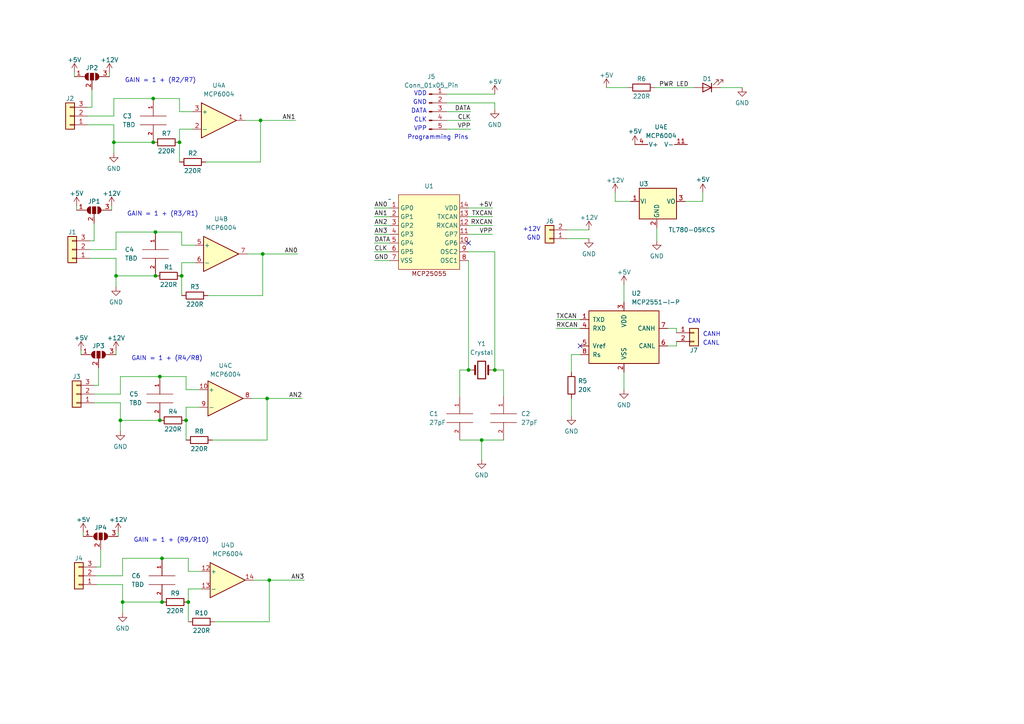
<source format=kicad_sch>
(kicad_sch (version 20230121) (generator eeschema)
  (paper "A4")
  (lib_symbols
    (symbol "Amplifier_Operational:MCP6004" (pin_names (offset 0.127))
      (property "Reference" "U" (at 0 5.08 0))
      (property "Value" "MCP6004" (at 0 -5.08 0))
      (symbol "MCP6004_1_1"
        (polyline (pts (xy -5.08 5.08) (xy 5.08 0) (xy -5.08 -5.08) (xy -5.08 5.08)) (stroke (width 0.254)) (fill (type background)))
        (pin output line (at 7.62 0 180) (length 2.54) (name "~") (number "1"))
        (pin input line (at -7.62 -2.54 0) (length 2.54) (name "-") (number "2"))
        (pin input line (at -7.62 2.54 0) (length 2.54) (name "+") (number "3"))
      )
      (symbol "MCP6004_2_1"
        (polyline (pts (xy -5.08 5.08) (xy 5.08 0) (xy -5.08 -5.08) (xy -5.08 5.08)) (stroke (width 0.254)) (fill (type background)))
        (pin input line (at -7.62 2.54 0) (length 2.54) (name "+") (number "5"))
        (pin input line (at -7.62 -2.54 0) (length 2.54) (name "-") (number "6"))
        (pin output line (at 7.62 0 180) (length 2.54) (name "~") (number "7"))
      )
      (symbol "MCP6004_3_1"
        (polyline (pts (xy -5.08 5.08) (xy 5.08 0) (xy -5.08 -5.08) (xy -5.08 5.08)) (stroke (width 0.254)) (fill (type background)))
        (pin input line (at -7.62 2.54 0) (length 2.54) (name "+") (number "10"))
        (pin output line (at 7.62 0 180) (length 2.54) (name "~") (number "8"))
        (pin input line (at -7.62 -2.54 0) (length 2.54) (name "-") (number "9"))
      )
      (symbol "MCP6004_4_1"
        (polyline (pts (xy -5.08 5.08) (xy 5.08 0) (xy -5.08 -5.08) (xy -5.08 5.08)) (stroke (width 0.254)) (fill (type background)))
        (pin input line (at -7.62 2.54 0) (length 2.54) (name "+") (number "12"))
        (pin input line (at -7.62 -2.54 0) (length 2.54) (name "-") (number "13"))
        (pin output line (at 7.62 0 180) (length 2.54) (name "~") (number "14"))
      )
      (symbol "MCP6004_5_1"
        (pin power_in line (at -2.54 -7.62 90) (length 3.81) (name "V-") (number "11"))
        (pin power_in line (at -2.54 7.62 270) (length 3.81) (name "V+") (number "4"))
      )
    )
    (symbol "Analog_ADC:MCP25055"
      (property "Reference" "U" (at 3.81 2.54 0))
      (symbol "MCP25055_1_1"
        (rectangle (start 2.54 1.27) (end 20.32 -20.32) (fill (type background)))
        (text "MCP25055\n" (at 11.43 -21.59 0) (effects (font (size 1.27 1.27))))
        (pin input line (at 0 -2.54 0) (length 2.54) (name "GP0") (number "1"))
        (pin bidirectional line (at 22.86 -12.7 180) (length 2.54) (name "GP6") (number "10"))
        (pin bidirectional line (at 22.86 -10.16 180) (length 2.54) (name "GP7") (number "11"))
        (pin input line (at 22.86 -7.62 180) (length 2.54) (name "RXCAN") (number "12"))
        (pin output line (at 22.86 -5.08 180) (length 2.54) (name "TXCAN") (number "13"))
        (pin power_in line (at 22.86 -2.54 180) (length 2.54) (name "VDD") (number "14"))
        (pin bidirectional line (at 0 -5.08 0) (length 2.54) (name "GP1") (number "2"))
        (pin bidirectional line (at 0 -7.62 0) (length 2.54) (name "GP2") (number "3"))
        (pin bidirectional line (at 0 -10.16 0) (length 2.54) (name "GP3") (number "4"))
        (pin bidirectional line (at 0 -12.7 0) (length 2.54) (name "GP4") (number "5"))
        (pin bidirectional line (at 0 -15.24 0) (length 2.54) (name "GP5") (number "6"))
        (pin power_in line (at 0 -17.78 0) (length 2.54) (name "VSS") (number "7"))
        (pin input line (at 22.86 -17.78 180) (length 2.54) (name "OSC1") (number "8"))
        (pin input line (at 22.86 -15.24 180) (length 2.54) (name "OSC2") (number "9"))
      )
    )
    (symbol "Connector:Conn_01x05_Pin" (pin_names (offset 1.016) hide)
      (property "Reference" "J" (at 0 7.62 0))
      (property "Value" "Conn_01x05_Pin" (at 0 -7.62 0))
      (symbol "Conn_01x05_Pin_1_1"
        (polyline (pts (xy 1.27 -5.08) (xy 0.8636 -5.08)) (stroke (width 0.1524)))
        (polyline (pts (xy 1.27 -2.54) (xy 0.8636 -2.54)) (stroke (width 0.1524)))
        (polyline (pts (xy 1.27 0) (xy 0.8636 0)) (stroke (width 0.1524)))
        (polyline (pts (xy 1.27 2.54) (xy 0.8636 2.54)) (stroke (width 0.1524)))
        (polyline (pts (xy 1.27 5.08) (xy 0.8636 5.08)) (stroke (width 0.1524)))
        (rectangle (start 0.8636 -4.953) (end 0 -5.207) (stroke (width 0.1524)) (fill (type outline)))
        (rectangle (start 0.8636 -2.413) (end 0 -2.667) (stroke (width 0.1524)) (fill (type outline)))
        (rectangle (start 0.8636 0.127) (end 0 -0.127) (stroke (width 0.1524)) (fill (type outline)))
        (rectangle (start 0.8636 2.667) (end 0 2.413) (stroke (width 0.1524)) (fill (type outline)))
        (rectangle (start 0.8636 5.207) (end 0 4.953) (stroke (width 0.1524)) (fill (type outline)))
        (pin passive line (at 5.08 5.08 180) (length 3.81) (name "Pin_1") (number "1"))
        (pin passive line (at 5.08 2.54 180) (length 3.81) (name "Pin_2") (number "2"))
        (pin passive line (at 5.08 0 180) (length 3.81) (name "Pin_3") (number "3"))
        (pin passive line (at 5.08 -2.54 180) (length 3.81) (name "Pin_4") (number "4"))
        (pin passive line (at 5.08 -5.08 180) (length 3.81) (name "Pin_5") (number "5"))
      )
    )
    (symbol "Connector_Generic:Conn_01x02" (pin_names (offset 1.016) hide)
      (property "Reference" "J" (at 0 2.54 0))
      (property "Value" "Conn_01x02" (at 0 -5.08 0))
      (symbol "Conn_01x02_1_1"
        (rectangle (start -1.27 -2.413) (end 0 -2.667) (stroke (width 0.1524)))
        (rectangle (start -1.27 0.127) (end 0 -0.127) (stroke (width 0.1524)))
        (rectangle (start -1.27 1.27) (end 1.27 -3.81) (stroke (width 0.254)) (fill (type background)))
        (pin passive line (at -5.08 0 0) (length 3.81) (name "Pin_1") (number "1"))
        (pin passive line (at -5.08 -2.54 0) (length 3.81) (name "Pin_2") (number "2"))
      )
    )
    (symbol "Connector_Generic:Conn_01x03" (pin_names (offset 1.016) hide)
      (property "Reference" "J" (at 0 5.08 0))
      (property "Value" "Conn_01x03" (at 0 -5.08 0))
      (symbol "Conn_01x03_1_1"
        (rectangle (start -1.27 -2.413) (end 0 -2.667) (stroke (width 0.1524)))
        (rectangle (start -1.27 0.127) (end 0 -0.127) (stroke (width 0.1524)))
        (rectangle (start -1.27 2.667) (end 0 2.413) (stroke (width 0.1524)))
        (rectangle (start -1.27 3.81) (end 1.27 -3.81) (stroke (width 0.254)) (fill (type background)))
        (pin passive line (at -5.08 2.54 0) (length 3.81) (name "Pin_1") (number "1"))
        (pin passive line (at -5.08 0 0) (length 3.81) (name "Pin_2") (number "2"))
        (pin passive line (at -5.08 -2.54 0) (length 3.81) (name "Pin_3") (number "3"))
      )
    )
    (symbol "Device:Crystal" (pin_numbers hide) (pin_names (offset 1.016) hide)
      (property "Reference" "Y" (at 0 3.81 0))
      (property "Value" "Crystal" (at 0 -3.81 0))
      (symbol "Crystal_0_1"
        (rectangle (start -1.143 2.54) (end 1.143 -2.54) (stroke (width 0.3048)))
        (polyline (pts (xy -2.54 0) (xy -1.905 0)))
        (polyline (pts (xy -1.905 -1.27) (xy -1.905 1.27)) (stroke (width 0.508)))
        (polyline (pts (xy 1.905 -1.27) (xy 1.905 1.27)) (stroke (width 0.508)))
        (polyline (pts (xy 2.54 0) (xy 1.905 0)))
      )
      (symbol "Crystal_1_1"
        (pin passive line (at -3.81 0 0) (length 1.27) (name "1") (number "1"))
        (pin passive line (at 3.81 0 180) (length 1.27) (name "2") (number "2"))
      )
    )
    (symbol "Device:LED" (pin_numbers hide) (pin_names (offset 1.016) hide)
      (property "Reference" "D" (at 0 2.54 0))
      (property "Value" "LED" (at 0 -2.54 0))
      (symbol "LED_0_1"
        (polyline (pts (xy -1.27 -1.27) (xy -1.27 1.27)) (stroke (width 0.254)))
        (polyline (pts (xy -1.27 0) (xy 1.27 0)))
        (polyline (pts (xy 1.27 -1.27) (xy 1.27 1.27) (xy -1.27 0) (xy 1.27 -1.27)) (stroke (width 0.254)))
        (polyline (pts (xy -3.048 -0.762) (xy -4.572 -2.286) (xy -3.81 -2.286) (xy -4.572 -2.286) (xy -4.572 -1.524)))
        (polyline (pts (xy -1.778 -0.762) (xy -3.302 -2.286) (xy -2.54 -2.286) (xy -3.302 -2.286) (xy -3.302 -1.524)))
      )
      (symbol "LED_1_1"
        (pin passive line (at -3.81 0 0) (length 2.54) (name "K") (number "1"))
        (pin passive line (at 3.81 0 180) (length 2.54) (name "A") (number "2"))
      )
    )
    (symbol "Device:R" (pin_numbers hide) (pin_names (offset 0))
      (property "Reference" "R" (at 2.032 0 90))
      (property "Value" "R" (at 0 0 90))
      (symbol "R_0_1"
        (rectangle (start -1.016 -2.54) (end 1.016 2.54) (stroke (width 0.254)))
      )
      (symbol "R_1_1"
        (pin passive line (at 0 3.81 270) (length 1.27) (name "~") (number "1"))
        (pin passive line (at 0 -3.81 90) (length 1.27) (name "~") (number "2"))
      )
    )
    (symbol "Interface_CAN_LIN:MCP2551-I-P" (pin_names (offset 1.016))
      (property "Reference" "U" (at -10.16 8.89 0))
      (property "Value" "MCP2551-I-P" (at 2.54 8.89 0))
      (symbol "MCP2551-I-P_0_1"
        (rectangle (start -10.16 7.62) (end 10.16 -7.62) (stroke (width 0.254)) (fill (type background)))
      )
      (symbol "MCP2551-I-P_1_1"
        (pin input line (at -12.7 5.08 0) (length 2.54) (name "TXD") (number "1"))
        (pin power_in line (at 0 -10.16 90) (length 2.54) (name "VSS") (number "2"))
        (pin power_in line (at 0 10.16 270) (length 2.54) (name "VDD") (number "3"))
        (pin output line (at -12.7 2.54 0) (length 2.54) (name "RXD") (number "4"))
        (pin power_out line (at -12.7 -2.54 0) (length 2.54) (name "Vref") (number "5"))
        (pin bidirectional line (at 12.7 -2.54 180) (length 2.54) (name "CANL") (number "6"))
        (pin bidirectional line (at 12.7 2.54 180) (length 2.54) (name "CANH") (number "7"))
        (pin input line (at -12.7 -5.08 0) (length 2.54) (name "Rs") (number "8"))
      )
    )
    (symbol "Jumper:SolderJumper_3_Open" (pin_names (offset 0) hide)
      (property "Reference" "JP" (at -2.54 -2.54 0))
      (property "Value" "SolderJumper_3_Open" (at 0 2.794 0))
      (symbol "SolderJumper_3_Open_0_1"
        (arc (start -1.016 1.016) (mid -2.0276 0) (end -1.016 -1.016))
        (arc (start -1.016 1.016) (mid -2.0276 0) (end -1.016 -1.016) (fill (type outline)))
        (rectangle (start -0.508 1.016) (end 0.508 -1.016) (fill (type outline)))
        (polyline (pts (xy -2.54 0) (xy -2.032 0)))
        (polyline (pts (xy -1.016 1.016) (xy -1.016 -1.016)))
        (polyline (pts (xy 0 -1.27) (xy 0 -1.016)))
        (polyline (pts (xy 1.016 1.016) (xy 1.016 -1.016)))
        (polyline (pts (xy 2.54 0) (xy 2.032 0)))
        (arc (start 1.016 -1.016) (mid 2.0276 0) (end 1.016 1.016))
        (arc (start 1.016 -1.016) (mid 2.0276 0) (end 1.016 1.016) (fill (type outline)))
      )
      (symbol "SolderJumper_3_Open_1_1"
        (pin passive line (at -5.08 0 0) (length 2.54) (name "A") (number "1"))
        (pin passive line (at 0 -3.81 90) (length 2.54) (name "C") (number "2"))
        (pin passive line (at 5.08 0 180) (length 2.54) (name "B") (number "3"))
      )
    )
    (symbol "TL780-05KCS_1" (pin_names (offset 0.254))
      (property "Reference" "U4" (at -3.81 5.08 0))
      (property "Value" "TL780-05KCS" (at 7.62 5.08 0))
      (symbol "TL780-05KCS_1_0_1"
        (rectangle (start -5.08 3.81) (end 5.715 -5.08) (stroke (width 0.254)) (fill (type background)))
      )
      (symbol "TL780-05KCS_1_1_1"
        (pin power_in line (at -7.62 0 0) (length 2.54) (name "VI") (number "1"))
        (pin power_in line (at 0 -7.62 90) (length 2.54) (name "GND") (number "2"))
        (pin power_out line (at 8.255 0 180) (length 2.54) (name "VO") (number "3"))
      )
    )
    (symbol "power:+12V" (power) (pin_names (offset 0))
      (property "Value" "+12V" (at 0 3.556 0))
      (symbol "+12V_0_1"
        (polyline (pts (xy -0.762 1.27) (xy 0 2.54)))
        (polyline (pts (xy 0 0) (xy 0 2.54)))
        (polyline (pts (xy 0 2.54) (xy 0.762 1.27)))
      )
      (symbol "+12V_1_1"
        (pin power_in line (at 0 0 90) (length 0) hide (name "+12V") (number "1"))
      )
    )
    (symbol "power:+5V" (power) (pin_names (offset 0))
      (property "Value" "+5V" (at 0 3.556 0))
      (symbol "+5V_0_1"
        (polyline (pts (xy -0.762 1.27) (xy 0 2.54)))
        (polyline (pts (xy 0 0) (xy 0 2.54)))
        (polyline (pts (xy 0 2.54) (xy 0.762 1.27)))
      )
      (symbol "+5V_1_1"
        (pin power_in line (at 0 0 90) (length 0) hide (name "+5V") (number "1"))
      )
    )
    (symbol "power:GND" (power) (pin_names (offset 0))
      (property "Value" "GND" (at 0 -3.81 0))
      (symbol "GND_0_1"
        (polyline (pts (xy 0 0) (xy 0 -1.27) (xy 1.27 -1.27) (xy 0 -2.54) (xy -1.27 -1.27) (xy 0 -1.27)))
      )
      (symbol "GND_1_1"
        (pin power_in line (at 0 0 270) (length 0) hide (name "GND") (number "1"))
      )
    )
    (symbol "pspice:CAP" (pin_names (offset 0.254))
      (property "Reference" "C" (at 2.54 3.81 90))
      (property "Value" "CAP" (at 2.54 -3.81 90))
      (symbol "CAP_0_1"
        (polyline (pts (xy -3.81 -1.27) (xy 3.81 -1.27)))
        (polyline (pts (xy -3.81 1.27) (xy 3.81 1.27)))
      )
      (symbol "CAP_1_1"
        (pin passive line (at 0 6.35 270) (length 5.08) (name "~") (number "1"))
        (pin passive line (at 0 -6.35 90) (length 5.08) (name "~") (number "2"))
      )
    )
  )
  (junction (at 46.99 161.925))
  (junction (at 46.355 121.92))
  (junction (at 76.2 73.66))
  (junction (at 75.565 34.925))
  (junction (at 52.07 41.275))
  (junction (at 45.085 80.01))
  (junction (at 77.47 115.57))
  (junction (at 143.51 107.315))
  (junction (at 54.61 174.625))
  (junction (at 35.56 174.625))
  (junction (at 53.975 121.92))
  (junction (at 44.45 41.275))
  (junction (at 33.02 41.275))
  (junction (at 46.355 109.22))
  (junction (at 44.45 28.575))
  (junction (at 45.085 67.31))
  (junction (at 139.7 127.635))
  (junction (at 34.925 121.92))
  (junction (at 78.105 168.275))
  (junction (at 46.99 174.625))
  (junction (at 52.705 80.01))
  (junction (at 135.89 107.315))
  (junction (at 33.655 80.01))
  (no_connect (at 168.275 100.33))
  (no_connect (at 135.89 70.485))
  (wire (pts (xy 34.925 116.84) (xy 34.925 121.92)))
  (wire (pts (xy 27.94 164.465) (xy 29.21 164.465)))
  (wire (pts (xy 135.89 60.325) (xy 142.875 60.325)))
  (wire (pts (xy 164.465 66.675) (xy 170.815 66.675)))
  (wire (pts (xy 52.07 28.575) (xy 52.07 32.385)))
  (wire (pts (xy 108.585 65.405) (xy 113.03 65.405)))
  (wire (pts (xy 165.735 115.57) (xy 165.735 120.65)))
  (wire (pts (xy 59.69 46.99) (xy 75.565 46.99)))
  (wire (pts (xy 129.54 37.465) (xy 136.525 37.465)))
  (wire (pts (xy 33.655 74.93) (xy 33.655 80.01)))
  (wire (pts (xy 135.89 65.405) (xy 142.875 65.405)))
  (wire (pts (xy 189.865 25.4) (xy 201.295 25.4)))
  (wire (pts (xy 33.02 28.575) (xy 44.45 28.575)))
  (wire (pts (xy 52.705 76.2) (xy 52.705 80.01)))
  (wire (pts (xy 52.705 80.01) (xy 52.705 85.725)))
  (wire (pts (xy 78.105 168.275) (xy 88.265 168.275)))
  (wire (pts (xy 208.915 25.4) (xy 215.265 25.4)))
  (wire (pts (xy 46.355 109.22) (xy 53.975 109.22)))
  (wire (pts (xy 33.02 33.655) (xy 33.02 28.575)))
  (wire (pts (xy 53.975 118.11) (xy 57.785 118.11)))
  (wire (pts (xy 143.51 73.025) (xy 135.89 73.025)))
  (wire (pts (xy 34.925 109.22) (xy 46.355 109.22)))
  (wire (pts (xy 34.925 114.3) (xy 34.925 109.22)))
  (wire (pts (xy 135.89 67.945) (xy 142.875 67.945)))
  (wire (pts (xy 53.975 113.03) (xy 57.785 113.03)))
  (wire (pts (xy 54.61 170.815) (xy 58.42 170.815)))
  (wire (pts (xy 27.305 111.76) (xy 28.575 111.76)))
  (wire (pts (xy 108.585 75.565) (xy 113.03 75.565)))
  (wire (pts (xy 108.585 70.485) (xy 113.03 70.485)))
  (wire (pts (xy 108.585 62.865) (xy 113.03 62.865)))
  (wire (pts (xy 52.07 41.275) (xy 52.07 46.99)))
  (wire (pts (xy 33.02 36.195) (xy 33.02 41.275)))
  (wire (pts (xy 193.675 95.25) (xy 196.215 95.25)))
  (wire (pts (xy 168.275 95.25) (xy 161.29 95.25)))
  (wire (pts (xy 133.35 127.635) (xy 139.7 127.635)))
  (wire (pts (xy 190.5 66.04) (xy 190.5 69.85)))
  (wire (pts (xy 129.54 29.845) (xy 143.51 29.845)))
  (wire (pts (xy 178.435 55.88) (xy 178.435 58.42)))
  (wire (pts (xy 54.61 161.925) (xy 54.61 165.735)))
  (wire (pts (xy 108.585 60.325) (xy 113.03 60.325)))
  (wire (pts (xy 44.45 28.575) (xy 52.07 28.575)))
  (wire (pts (xy 75.565 34.925) (xy 75.565 46.99)))
  (wire (pts (xy 54.61 165.735) (xy 58.42 165.735)))
  (wire (pts (xy 129.54 27.305) (xy 143.51 27.305)))
  (wire (pts (xy 168.275 92.71) (xy 161.29 92.71)))
  (wire (pts (xy 26.035 74.93) (xy 33.655 74.93)))
  (wire (pts (xy 52.07 32.385) (xy 55.88 32.385)))
  (wire (pts (xy 54.61 170.815) (xy 54.61 174.625)))
  (wire (pts (xy 22.225 59.69) (xy 22.225 60.96)))
  (wire (pts (xy 203.835 55.88) (xy 203.835 58.42)))
  (wire (pts (xy 52.705 76.2) (xy 56.515 76.2)))
  (wire (pts (xy 75.565 34.925) (xy 85.725 34.925)))
  (wire (pts (xy 62.23 180.34) (xy 78.105 180.34)))
  (wire (pts (xy 33.02 41.275) (xy 33.02 44.45)))
  (wire (pts (xy 21.59 20.955) (xy 21.59 22.225)))
  (wire (pts (xy 46.99 161.925) (xy 54.61 161.925)))
  (wire (pts (xy 25.4 33.655) (xy 33.02 33.655)))
  (wire (pts (xy 25.4 31.115) (xy 26.67 31.115)))
  (wire (pts (xy 35.56 169.545) (xy 35.56 174.625)))
  (wire (pts (xy 143.51 29.845) (xy 143.51 31.75)))
  (wire (pts (xy 33.655 101.6) (xy 33.655 102.87)))
  (wire (pts (xy 165.735 102.87) (xy 165.735 107.95)))
  (wire (pts (xy 34.29 154.305) (xy 34.29 155.575)))
  (wire (pts (xy 135.89 62.865) (xy 142.875 62.865)))
  (wire (pts (xy 60.325 85.725) (xy 76.2 85.725)))
  (wire (pts (xy 26.035 72.39) (xy 33.655 72.39)))
  (wire (pts (xy 53.975 121.92) (xy 53.975 127.635)))
  (wire (pts (xy 146.05 107.315) (xy 146.05 114.935)))
  (wire (pts (xy 135.89 75.565) (xy 135.89 107.315)))
  (wire (pts (xy 168.275 102.87) (xy 165.735 102.87)))
  (wire (pts (xy 143.51 73.025) (xy 143.51 107.315)))
  (wire (pts (xy 71.755 73.66) (xy 76.2 73.66)))
  (wire (pts (xy 73.66 168.275) (xy 78.105 168.275)))
  (wire (pts (xy 77.47 115.57) (xy 87.63 115.57)))
  (wire (pts (xy 108.585 67.945) (xy 113.03 67.945)))
  (wire (pts (xy 129.54 32.385) (xy 136.525 32.385)))
  (wire (pts (xy 143.51 107.315) (xy 146.05 107.315)))
  (wire (pts (xy 73.025 115.57) (xy 77.47 115.57)))
  (wire (pts (xy 33.02 41.275) (xy 44.45 41.275)))
  (wire (pts (xy 33.655 80.01) (xy 33.655 83.185)))
  (wire (pts (xy 203.835 58.42) (xy 198.755 58.42)))
  (wire (pts (xy 26.035 69.85) (xy 27.305 69.85)))
  (wire (pts (xy 196.215 100.33) (xy 196.215 99.06)))
  (wire (pts (xy 53.975 118.11) (xy 53.975 121.92)))
  (wire (pts (xy 35.56 174.625) (xy 35.56 177.8)))
  (wire (pts (xy 53.975 109.22) (xy 53.975 113.03)))
  (wire (pts (xy 33.655 67.31) (xy 45.085 67.31)))
  (wire (pts (xy 35.56 174.625) (xy 46.99 174.625)))
  (wire (pts (xy 133.35 114.935) (xy 133.35 107.315)))
  (wire (pts (xy 27.305 69.85) (xy 27.305 64.77)))
  (wire (pts (xy 71.12 34.925) (xy 75.565 34.925)))
  (wire (pts (xy 34.925 121.92) (xy 34.925 125.095)))
  (wire (pts (xy 35.56 167.005) (xy 35.56 161.925)))
  (wire (pts (xy 52.07 37.465) (xy 52.07 41.275)))
  (wire (pts (xy 33.655 72.39) (xy 33.655 67.31)))
  (wire (pts (xy 180.975 87.63) (xy 180.975 82.55)))
  (wire (pts (xy 34.925 121.92) (xy 46.355 121.92)))
  (wire (pts (xy 27.94 169.545) (xy 35.56 169.545)))
  (wire (pts (xy 26.67 31.115) (xy 26.67 26.035)))
  (wire (pts (xy 52.07 37.465) (xy 55.88 37.465)))
  (wire (pts (xy 27.305 116.84) (xy 34.925 116.84)))
  (wire (pts (xy 178.435 58.42) (xy 182.88 58.42)))
  (wire (pts (xy 193.675 100.33) (xy 196.215 100.33)))
  (wire (pts (xy 25.4 36.195) (xy 33.02 36.195)))
  (wire (pts (xy 54.61 174.625) (xy 54.61 180.34)))
  (wire (pts (xy 139.7 127.635) (xy 139.7 133.35)))
  (wire (pts (xy 29.21 164.465) (xy 29.21 159.385)))
  (wire (pts (xy 77.47 115.57) (xy 77.47 127.635)))
  (wire (pts (xy 23.495 101.6) (xy 23.495 102.87)))
  (wire (pts (xy 180.975 107.95) (xy 180.975 113.03)))
  (wire (pts (xy 139.7 127.635) (xy 146.05 127.635)))
  (wire (pts (xy 28.575 111.76) (xy 28.575 106.68)))
  (wire (pts (xy 78.105 168.275) (xy 78.105 180.34)))
  (wire (pts (xy 33.655 80.01) (xy 45.085 80.01)))
  (wire (pts (xy 76.2 73.66) (xy 86.36 73.66)))
  (wire (pts (xy 164.465 69.215) (xy 170.815 69.215)))
  (wire (pts (xy 133.35 107.315) (xy 135.89 107.315)))
  (wire (pts (xy 61.595 127.635) (xy 77.47 127.635)))
  (wire (pts (xy 27.305 114.3) (xy 34.925 114.3)))
  (wire (pts (xy 52.705 71.12) (xy 56.515 71.12)))
  (wire (pts (xy 27.94 167.005) (xy 35.56 167.005)))
  (wire (pts (xy 24.13 154.305) (xy 24.13 155.575)))
  (wire (pts (xy 175.895 25.4) (xy 182.245 25.4)))
  (wire (pts (xy 76.2 73.66) (xy 76.2 85.725)))
  (wire (pts (xy 32.385 59.69) (xy 32.385 60.96)))
  (wire (pts (xy 52.705 67.31) (xy 52.705 71.12)))
  (wire (pts (xy 35.56 161.925) (xy 46.99 161.925)))
  (wire (pts (xy 45.085 67.31) (xy 52.705 67.31)))
  (wire (pts (xy 108.585 73.025) (xy 113.03 73.025)))
  (wire (pts (xy 31.75 20.955) (xy 31.75 22.225)))
  (wire (pts (xy 129.54 34.925) (xy 136.525 34.925)))
  (wire (pts (xy 196.215 95.25) (xy 196.215 96.52)))
  (text "GAIN = 1 + (R4/R8)" (at 38.1 104.775 0) (effects (font (size 1.27 1.27)) (justify left bottom)))
  (text "VPP" (at 123.825 38.1 0) (effects (font (size 1.27 1.27)) (justify right bottom)))
  (text "GND" (at 156.845 69.85 0) (effects (font (size 1.27 1.27)) (justify right bottom)))
  (text "GND" (at 123.825 30.48 0) (effects (font (size 1.27 1.27)) (justify right bottom)))
  (text "GAIN = 1 + (R9/R10)" (at 38.735 157.48 0) (effects (font (size 1.27 1.27)) (justify left bottom)))
  (text "CANL" (at 203.835 100.33 0) (effects (font (size 1.27 1.27)) (justify left bottom)))
  (text "CLK" (at 123.825 35.56 0) (effects (font (size 1.27 1.27)) (justify right bottom)))
  (text "VDD\n" (at 123.825 27.94 0) (effects (font (size 1.27 1.27)) (justify right bottom)))
  (text "GAIN = 1 + (R3/R1)" (at 36.83 62.865 0) (effects (font (size 1.27 1.27)) (justify left bottom)))
  (text "Programming Pins" (at 118.11 40.64 0) (effects (font (size 1.27 1.27)) (justify left bottom)))
  (text "CAN" (at 199.39 93.98 0) (effects (font (size 1.27 1.27)) (justify left bottom)))
  (text "DATA" (at 123.825 33.02 0) (effects (font (size 1.27 1.27)) (justify right bottom)))
  (text "CANH" (at 203.835 97.79 0) (effects (font (size 1.27 1.27)) (justify left bottom)))
  (text "+12V" (at 156.845 67.31 0) (effects (font (size 1.27 1.27)) (justify right bottom)))
  (text "GAIN = 1 + (R2/R7)" (at 36.195 24.13 0) (effects (font (size 1.27 1.27)) (justify left bottom)))
  (label "AN2" (at 108.585 65.405 0))
  (label "RXCAN" (at 161.29 95.25 0))
  (label "VPP" (at 136.525 37.465 180))
  (label "VPP" (at 142.875 67.945 180))
  (label "+5V" (at 142.875 60.325 180))
  (label "DATA" (at 136.525 32.385 180))
  (label "RXCAN" (at 142.875 65.405 180))
  (label "AN3" (at 88.265 168.275 180))
  (label "DATA" (at 108.585 70.485 0))
  (label "AN0" (at 86.36 73.66 180))
  (label "AN2" (at 87.63 115.57 180))
  (label "TXCAN" (at 161.29 92.71 0))
  (label "AN3" (at 108.585 67.945 0))
  (label "CLK" (at 108.585 73.025 0))
  (label "GND" (at 108.585 75.565 0))
  (label "AN1" (at 85.725 34.925 180))
  (label "CLK" (at 136.525 34.925 180))
  (label "TXCAN" (at 142.875 62.865 180))
  (label "AN0" (at 108.585 60.325 0))
  (label "PWR LED" (at 191.135 25.4 0))
  (label "AN1" (at 108.585 62.865 0))
  (symbol (lib_id "power:GND") (at 165.735 120.65 0) (unit 1)
    (property "Reference" "#PWR020" (effects hide))
    (property "Value" "GND" (at 165.735 125.095 0))
  )
  (symbol (lib_id "Connector_Generic:Conn_01x02") (at 201.295 96.52 0) (unit 1)
    (property "Reference" "J7" (at 200.025 101.6 0) (effects (justify left)))
    (property "Value" "Conn_01x02" (effects hide))
    (property "Footprint" "footprints:ATF13-2P-BM03" (effects hide))
  )
  (symbol (lib_id "Device:Crystal") (at 139.7 107.315 0) (unit 1)
    (property "Reference" "Y1" (at 139.7 99.695 0))
    (property "Value" "Crystal" (at 139.7 102.235 0))
    (property "Footprint" "footprints:9B-16.000MAAJ-B" (effects hide))
  )
  (symbol (lib_id "power:GND") (at 190.5 69.85 0) (unit 1)
    (property "Reference" "#PWR027" (effects hide))
    (property "Value" "GND" (at 190.5 74.295 0))
  )
  (symbol (lib_id "Amplifier_Operational:MCP6004") (at 63.5 34.925 0) (unit 1)
    (property "Reference" "U4" (at 63.5 24.765 0))
    (property "Value" "MCP6004" (at 63.5 27.305 0))
    (property "Footprint" "Package_DIP:DIP-14_W7.62mm_Socket" (effects hide))
    (property "Datasheet" "http://ww1.microchip.com/downloads/en/DeviceDoc/21733j.pdf" (effects hide))
  )
  (symbol (lib_id "pspice:CAP") (at 45.085 73.66 0) (unit 1)
    (property "Reference" "C4" (at 36.195 72.39 0) (effects (justify left)))
    (property "Value" "TBD" (at 36.195 74.93 0) (effects (justify left)))
    (property "Footprint" "Capacitor_THT:C_Disc_D4.7mm_W2.5mm_P5.00mm" (effects hide))
  )
  (symbol (lib_id "Device:R") (at 55.88 46.99 90) (unit 1)
    (property "Reference" "R2" (at 55.88 44.45 90))
    (property "Value" "220R" (at 55.88 49.53 90))
    (property "Footprint" "Resistor_THT:R_Axial_DIN0207_L6.3mm_D2.5mm_P7.62mm_Horizontal" (effects hide))
  )
  (symbol (lib_id "Connector_Generic:Conn_01x03") (at 20.32 33.655 180) (unit 1)
    (property "Reference" "J2" (at 20.32 28.575 0))
    (property "Value" "Conn_01x03" (effects hide))
    (property "Footprint" "bspd:ATF13-3P-BM03" (effects hide))
  )
  (symbol (lib_id "pspice:CAP") (at 146.05 121.285 0) (unit 1)
    (property "Reference" "C2" (at 151.13 120.0149 0) (effects (justify left)))
    (property "Value" "27pF" (at 151.13 122.5549 0) (effects (justify left)))
    (property "Footprint" "Capacitor_THT:C_Disc_D4.7mm_W2.5mm_P5.00mm" (effects hide))
  )
  (symbol (lib_id "power:GND") (at 33.02 44.45 0) (unit 1)
    (property "Reference" "#PWR010" (effects hide))
    (property "Value" "GND" (at 33.02 48.895 0))
  )
  (symbol (lib_name "TL780-05KCS_1") (lib_id "Regulator_Linear:TL780-05KCS") (at 190.5 58.42 0) (unit 1)
    (property "Reference" "U3" (at 186.69 53.34 0))
    (property "Value" "TL780-05KCS" (at 200.66 66.675 0))
    (property "Footprint" "Package_TO_SOT_THT:TO-220-3_Horizontal_TabDown" (effects hide))
    (property "Datasheet" "https://www.onsemi.cn/PowerSolutions/document/MC7800-D.PDF" (effects hide))
  )
  (symbol (lib_id "power:+12V") (at 34.29 154.305 0) (unit 1)
    (property "Reference" "#PWR08" (effects hide))
    (property "Value" "+12V" (at 34.29 150.7292 0))
  )
  (symbol (lib_id "Device:R") (at 165.735 111.76 0) (unit 1)
    (property "Reference" "R5" (at 167.64 110.49 0) (effects (justify left)))
    (property "Value" "20K" (at 167.64 113.03 0) (effects (justify left)))
    (property "Footprint" "Resistor_THT:R_Axial_DIN0207_L6.3mm_D2.5mm_P7.62mm_Horizontal" (effects hide))
  )
  (symbol (lib_id "pspice:CAP") (at 44.45 34.925 0) (unit 1)
    (property "Reference" "C3" (at 35.56 33.655 0) (effects (justify left)))
    (property "Value" "TBD" (at 35.56 36.195 0) (effects (justify left)))
    (property "Footprint" "Capacitor_THT:C_Disc_D4.7mm_W2.5mm_P5.00mm" (effects hide))
  )
  (symbol (lib_id "Connector_Generic:Conn_01x03") (at 20.955 72.39 180) (unit 1)
    (property "Reference" "J1" (at 20.955 67.31 0))
    (property "Value" "Conn_01x03" (effects hide))
    (property "Footprint" "bspd:ATF13-3P-BM03" (effects hide))
  )
  (symbol (lib_id "Jumper:SolderJumper_3_Open") (at 29.21 155.575 0) (unit 1)
    (property "Reference" "JP4" (at 29.21 153.035 0))
    (property "Value" "SolderJumper_3_Open" (effects hide))
    (property "Footprint" "Jumper:SolderJumper-3_P1.3mm_Open_Pad1.0x1.5mm" (effects hide))
  )
  (symbol (lib_id "Connector_Generic:Conn_01x03") (at 22.225 114.3 180) (unit 1)
    (property "Reference" "J3" (at 22.225 109.22 0))
    (property "Value" "Conn_01x03" (effects hide))
    (property "Footprint" "bspd:ATF13-3P-BM03" (effects hide))
  )
  (symbol (lib_id "Device:R") (at 48.895 80.01 90) (unit 1)
    (property "Reference" "R1" (at 48.895 77.47 90))
    (property "Value" "220R" (at 48.895 82.55 90))
    (property "Footprint" "Resistor_THT:R_Axial_DIN0207_L6.3mm_D2.5mm_P7.62mm_Horizontal" (effects hide))
  )
  (symbol (lib_id "power:+12V") (at 33.655 101.6 0) (unit 1)
    (property "Reference" "#PWR06" (effects hide))
    (property "Value" "+12V" (at 33.655 98.0242 0))
  )
  (symbol (lib_id "pspice:CAP") (at 46.99 168.275 0) (unit 1)
    (property "Reference" "C6" (at 38.1 167.005 0) (effects (justify left)))
    (property "Value" "TBD" (at 38.1 169.545 0) (effects (justify left)))
    (property "Footprint" "Capacitor_THT:C_Disc_D4.7mm_W2.5mm_P5.00mm" (effects hide))
  )
  (symbol (lib_id "Device:R") (at 57.785 127.635 90) (unit 1)
    (property "Reference" "R8" (at 57.785 125.095 90))
    (property "Value" "220R" (at 57.785 130.175 90))
    (property "Footprint" "Resistor_THT:R_Axial_DIN0207_L6.3mm_D2.5mm_P7.62mm_Horizontal" (effects hide))
  )
  (symbol (lib_id "power:+5V") (at 23.495 101.6 0) (unit 1)
    (property "Reference" "#PWR05" (effects hide))
    (property "Value" "+5V" (at 23.495 98.0242 0))
  )
  (symbol (lib_id "Amplifier_Operational:MCP6004") (at 66.04 168.275 0) (unit 4)
    (property "Reference" "U4" (at 66.04 158.115 0))
    (property "Value" "MCP6004" (at 66.04 160.655 0))
    (property "Footprint" "Package_DIP:DIP-14_W7.62mm_Socket" (effects hide))
    (property "Datasheet" "http://ww1.microchip.com/downloads/en/DeviceDoc/21733j.pdf" (effects hide))
  )
  (symbol (lib_id "Device:R") (at 58.42 180.34 90) (unit 1)
    (property "Reference" "R10" (at 58.42 177.8 90))
    (property "Value" "220R" (at 58.42 182.88 90))
    (property "Footprint" "Resistor_THT:R_Axial_DIN0207_L6.3mm_D2.5mm_P7.62mm_Horizontal" (effects hide))
  )
  (symbol (lib_id "Analog_ADC:MCP25055") (at 113.03 57.785 0) (unit 1)
    (property "Reference" "U1" (at 124.46 53.975 0))
    (property "Value" "~" (at 113.03 57.785 0))
    (property "Footprint" "Package_DIP:DIP-14_W7.62mm_Socket" (effects hide))
  )
  (symbol (lib_id "Connector_Generic:Conn_01x02") (at 159.385 69.215 180) (unit 1)
    (property "Reference" "J6" (at 160.655 64.135 0) (effects (justify left)))
    (property "Value" "Conn_01x02" (effects hide))
    (property "Footprint" "footprints:ATF13-2P-BM03" (effects hide))
  )
  (symbol (lib_id "Device:R") (at 50.8 174.625 90) (unit 1)
    (property "Reference" "R9" (at 50.8 172.085 90))
    (property "Value" "220R" (at 50.8 177.165 90))
    (property "Footprint" "Resistor_THT:R_Axial_DIN0207_L6.3mm_D2.5mm_P7.62mm_Horizontal" (effects hide))
  )
  (symbol (lib_id "power:+12V") (at 32.385 59.69 0) (unit 1)
    (property "Reference" "#PWR03" (effects hide))
    (property "Value" "+12V" (at 32.385 56.1142 0))
  )
  (symbol (lib_id "power:+12V") (at 178.435 55.88 0) (unit 1)
    (property "Reference" "#PWR024" (effects hide))
    (property "Value" "+12V" (at 178.435 52.3042 0))
  )
  (symbol (lib_id "Interface_CAN_LIN:MCP2551-I-P") (at 180.975 97.79 0) (unit 1)
    (property "Reference" "U2" (at 183.1691 85.09 0) (effects (justify left)))
    (property "Value" "MCP2551-I-P" (at 183.1691 87.63 0) (effects (justify left)))
    (property "Footprint" "Package_DIP:DIP-8_W7.62mm_Socket" (effects hide))
    (property "Datasheet" "http://ww1.microchip.com/downloads/en/devicedoc/21667d.pdf" (effects hide))
  )
  (symbol (lib_id "power:GND") (at 170.815 69.215 0) (unit 1)
    (property "Reference" "#PWR022" (effects hide))
    (property "Value" "GND" (at 170.815 73.66 0))
  )
  (symbol (lib_id "Device:R") (at 50.165 121.92 90) (unit 1)
    (property "Reference" "R4" (at 50.165 119.38 90))
    (property "Value" "220R" (at 50.165 124.46 90))
    (property "Footprint" "Resistor_THT:R_Axial_DIN0207_L6.3mm_D2.5mm_P7.62mm_Horizontal" (effects hide))
  )
  (symbol (lib_id "Amplifier_Operational:MCP6004") (at 191.77 39.37 90) (unit 5)
    (property "Reference" "U4" (at 191.77 36.83 90))
    (property "Value" "MCP6004" (at 191.77 39.37 90))
    (property "Footprint" "Package_DIP:DIP-14_W7.62mm_Socket" (effects hide))
    (property "Datasheet" "http://ww1.microchip.com/downloads/en/DeviceDoc/21733j.pdf" (effects hide))
  )
  (symbol (lib_id "Jumper:SolderJumper_3_Open") (at 27.305 60.96 0) (unit 1)
    (property "Reference" "JP1" (at 27.305 58.42 0))
    (property "Value" "SolderJumper_3_Open" (effects hide))
    (property "Footprint" "Jumper:SolderJumper-3_P1.3mm_Open_Pad1.0x1.5mm" (effects hide))
  )
  (symbol (lib_id "Device:R") (at 186.055 25.4 90) (unit 1)
    (property "Reference" "R6" (at 186.055 22.86 90))
    (property "Value" "220R" (at 186.055 27.94 90))
    (property "Footprint" "Resistor_THT:R_Axial_DIN0207_L6.3mm_D2.5mm_P7.62mm_Horizontal" (effects hide))
  )
  (symbol (lib_id "Jumper:SolderJumper_3_Open") (at 26.67 22.225 0) (unit 1)
    (property "Reference" "JP2" (at 26.67 19.685 0))
    (property "Value" "SolderJumper_3_Open" (effects hide))
    (property "Footprint" "Jumper:SolderJumper-3_P1.3mm_Open_Pad1.0x1.5mm" (effects hide))
  )
  (symbol (lib_id "pspice:CAP") (at 46.355 115.57 0) (unit 1)
    (property "Reference" "C5" (at 37.465 114.3 0) (effects (justify left)))
    (property "Value" "TBD" (at 37.465 116.84 0) (effects (justify left)))
    (property "Footprint" "Capacitor_THT:C_Disc_D4.7mm_W2.5mm_P5.00mm" (effects hide))
  )
  (symbol (lib_id "power:+12V") (at 31.75 20.955 0) (unit 1)
    (property "Reference" "#PWR04" (effects hide))
    (property "Value" "+12V" (at 31.75 17.3792 0))
  )
  (symbol (lib_id "power:+5V") (at 22.225 59.69 0) (unit 1)
    (property "Reference" "#PWR01" (effects hide))
    (property "Value" "+5V" (at 22.225 56.1142 0))
  )
  (symbol (lib_id "pspice:CAP") (at 133.35 121.285 0) (unit 1)
    (property "Reference" "C1" (at 124.46 120.015 0) (effects (justify left)))
    (property "Value" "27pF" (at 124.46 122.555 0) (effects (justify left)))
    (property "Footprint" "Capacitor_THT:C_Disc_D4.7mm_W2.5mm_P5.00mm" (effects hide))
  )
  (symbol (lib_id "power:+5V") (at 24.13 154.305 0) (unit 1)
    (property "Reference" "#PWR07" (effects hide))
    (property "Value" "+5V" (at 24.13 150.7292 0))
  )
  (symbol (lib_id "power:+5V") (at 203.835 55.88 0) (unit 1)
    (property "Reference" "#PWR028" (effects hide))
    (property "Value" "+5V" (at 203.835 52.07 0))
  )
  (symbol (lib_id "power:+12V") (at 170.815 66.675 0) (unit 1)
    (property "Reference" "#PWR021" (effects hide))
    (property "Value" "+12V" (at 170.815 63.0992 0))
  )
  (symbol (lib_id "Device:LED") (at 205.105 25.4 180) (unit 1)
    (property "Reference" "D1" (at 205.105 22.86 0))
    (property "Value" "PWR LED" (effects hide))
    (property "Footprint" "LED_THT:LED_D3.0mm" (effects hide))
  )
  (symbol (lib_id "power:+5V") (at 175.895 25.4 0) (unit 1)
    (property "Reference" "#PWR023" (effects hide))
    (property "Value" "+5V" (at 175.895 21.8242 0))
  )
  (symbol (lib_id "Amplifier_Operational:MCP6004") (at 64.135 73.66 0) (unit 2)
    (property "Reference" "U4" (at 64.135 63.5 0))
    (property "Value" "MCP6004" (at 64.135 66.04 0))
    (property "Footprint" "Package_DIP:DIP-14_W7.62mm_Socket" (effects hide))
    (property "Datasheet" "http://ww1.microchip.com/downloads/en/DeviceDoc/21733j.pdf" (effects hide))
  )
  (symbol (lib_id "power:GND") (at 215.265 25.4 0) (unit 1)
    (property "Reference" "#PWR029" (effects hide))
    (property "Value" "GND" (at 215.265 29.845 0))
  )
  (symbol (lib_id "Device:R") (at 48.26 41.275 90) (unit 1)
    (property "Reference" "R7" (at 48.26 38.735 90))
    (property "Value" "220R" (at 48.26 43.815 90))
    (property "Footprint" "Resistor_THT:R_Axial_DIN0207_L6.3mm_D2.5mm_P7.62mm_Horizontal" (effects hide))
  )
  (symbol (lib_id "power:+5V") (at 184.15 41.91 0) (unit 1)
    (property "Reference" "#PWR09" (effects hide))
    (property "Value" "+5V" (at 184.15 38.1 0))
  )
  (symbol (lib_id "power:GND") (at 180.975 113.03 0) (unit 1)
    (property "Reference" "#PWR026" (effects hide))
    (property "Value" "GND" (at 180.975 117.475 0))
  )
  (symbol (lib_id "Amplifier_Operational:MCP6004") (at 65.405 115.57 0) (unit 3)
    (property "Reference" "U4" (at 65.405 106.045 0))
    (property "Value" "MCP6004" (at 65.405 108.585 0))
    (property "Footprint" "Package_DIP:DIP-14_W7.62mm_Socket" (effects hide))
    (property "Datasheet" "http://ww1.microchip.com/downloads/en/DeviceDoc/21733j.pdf" (effects hide))
  )
  (symbol (lib_id "power:GND") (at 35.56 177.8 0) (unit 1)
    (property "Reference" "#PWR013" (effects hide))
    (property "Value" "GND" (at 35.56 182.245 0))
  )
  (symbol (lib_id "power:GND") (at 143.51 31.75 0) (unit 1)
    (property "Reference" "#PWR019" (effects hide))
    (property "Value" "GND" (at 143.51 36.195 0))
  )
  (symbol (lib_id "power:GND") (at 34.925 125.095 0) (unit 1)
    (property "Reference" "#PWR012" (effects hide))
    (property "Value" "GND" (at 34.925 129.54 0))
  )
  (symbol (lib_id "power:GND") (at 33.655 83.185 0) (unit 1)
    (property "Reference" "#PWR011" (effects hide))
    (property "Value" "GND" (at 33.655 87.63 0))
  )
  (symbol (lib_id "power:+5V") (at 21.59 20.955 0) (unit 1)
    (property "Reference" "#PWR02" (effects hide))
    (property "Value" "+5V" (at 21.59 17.3792 0))
  )
  (symbol (lib_id "power:+5V") (at 180.975 82.55 0) (unit 1)
    (property "Reference" "#PWR025" (effects hide))
    (property "Value" "+5V" (at 180.975 78.9742 0))
  )
  (symbol (lib_id "Device:R") (at 56.515 85.725 90) (unit 1)
    (property "Reference" "R3" (at 56.515 83.185 90))
    (property "Value" "220R" (at 56.515 88.265 90))
    (property "Footprint" "Resistor_THT:R_Axial_DIN0207_L6.3mm_D2.5mm_P7.62mm_Horizontal" (effects hide))
  )
  (symbol (lib_id "Connector:Conn_01x05_Pin") (at 124.46 32.385 0) (unit 1)
    (property "Reference" "J5" (at 125.095 22.225 0))
    (property "Value" "Conn_01x05_Pin" (at 125.095 24.765 0))
    (property "Footprint" "Connector_PinHeader_2.54mm:PinHeader_1x05_P2.54mm_Vertical" (effects hide))
  )
  (symbol (lib_id "power:+5V") (at 143.51 27.305 0) (unit 1)
    (property "Reference" "#PWR018" (effects hide))
    (property "Value" "+5V" (at 143.51 23.7292 0))
  )
  (symbol (lib_id "power:GND") (at 139.7 133.35 0) (unit 1)
    (property "Reference" "#PWR017" (effects hide))
    (property "Value" "GND" (at 139.7 137.795 0))
  )
  (symbol (lib_id "Jumper:SolderJumper_3_Open") (at 28.575 102.87 0) (unit 1)
    (property "Reference" "JP3" (at 28.575 100.33 0))
    (property "Value" "SolderJumper_3_Open" (effects hide))
    (property "Footprint" "Jumper:SolderJumper-3_P1.3mm_Open_Pad1.0x1.5mm" (effects hide))
  )
  (symbol (lib_id "Connector_Generic:Conn_01x03") (at 22.86 167.005 180) (unit 1)
    (property "Reference" "J4" (at 22.86 161.925 0))
    (property "Value" "Conn_01x03" (effects hide))
    (property "Footprint" "bspd:ATF13-3P-BM03" (effects hide))
  )
)
</source>
